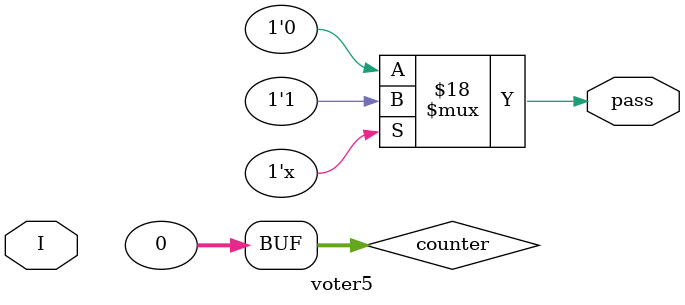
<source format=sv>
`timescale 1ns / 1ps


module voter5(
    input [4:0] I,
    output logic pass
    );
    
    int counter = 0;
    always_comb  begin
        for( int i = 0; i < 5 ;i= i+1)begin
             if ( I[i] == 1'b1)begin
                 counter = counter + 1;
             end
        end      
        if (counter>=3)begin pass = 1'b1 ;end 
        else begin pass = 1'b0 ;end          
        counter = 0;
     end
endmodule

</source>
